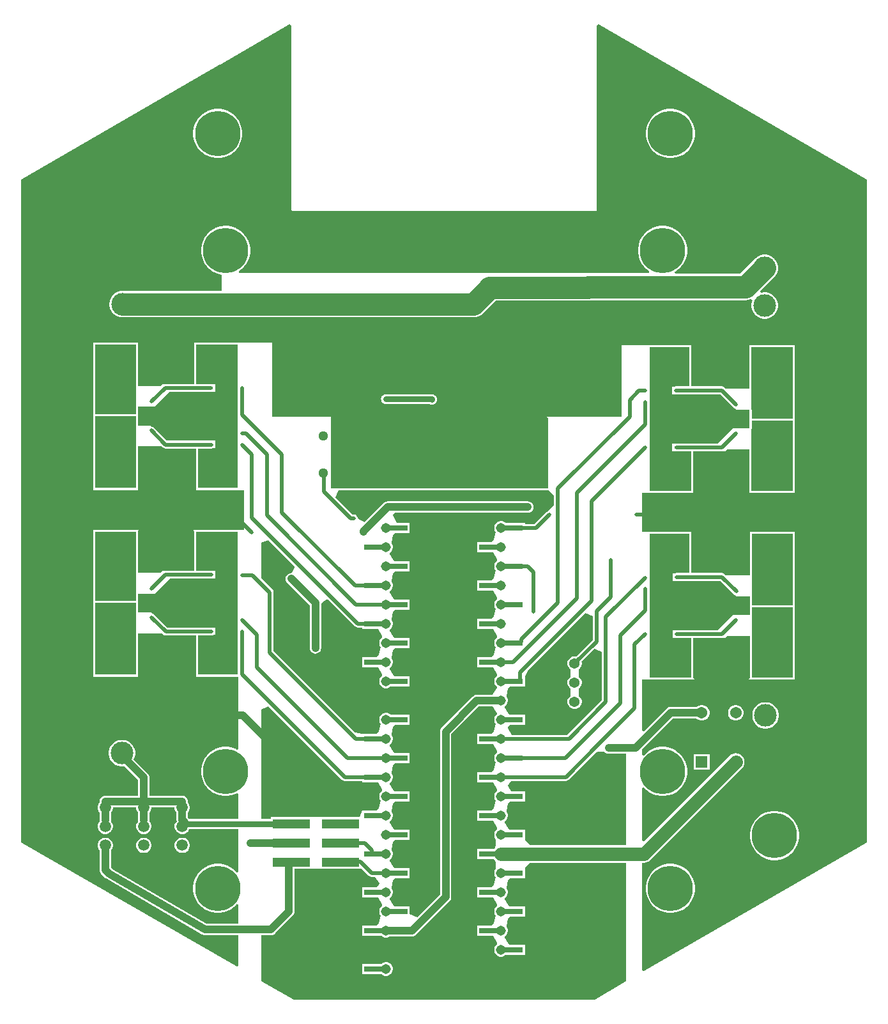
<source format=gbr>
G04*
G04 #@! TF.GenerationSoftware,Altium Limited,Altium Designer,25.4.2 (15)*
G04*
G04 Layer_Physical_Order=2*
G04 Layer_Color=16711680*
%FSLAX44Y44*%
%MOMM*%
G71*
G04*
G04 #@! TF.SameCoordinates,CE8B7503-BC5D-454C-BBEA-07EE3AA0370F*
G04*
G04*
G04 #@! TF.FilePolarity,Positive*
G04*
G01*
G75*
%ADD13C,0.5000*%
%ADD23R,5.0000X1.2500*%
%ADD56C,1.5400*%
%ADD57R,1.5400X1.5400*%
%ADD64C,1.0000*%
%ADD65C,0.8000*%
%ADD66C,1.8000*%
%ADD67C,3.0000*%
%ADD71C,1.3080*%
%ADD72C,1.2800*%
%ADD73C,3.0000*%
%ADD74C,1.5080*%
%ADD75C,1.3700*%
%ADD76C,6.0000*%
%ADD77C,0.4500*%
%ADD78R,2.4000X0.8000*%
G36*
X897410Y1742975D02*
Y1500000D01*
X897607Y1499009D01*
X898169Y1498169D01*
X899009Y1497608D01*
X900000Y1497410D01*
X1300000D01*
X1300991Y1497608D01*
X1301831Y1498169D01*
X1302392Y1499009D01*
X1302590Y1500000D01*
Y1742975D01*
X1304789Y1744245D01*
X1364700Y1709655D01*
D01*
X1660521Y1538863D01*
Y661137D01*
X1364700Y490345D01*
X1362500Y491615D01*
Y633960D01*
X1364600D01*
X1367613Y634357D01*
X1370420Y635520D01*
X1372830Y637370D01*
X1494730Y759270D01*
X1496580Y761680D01*
X1497743Y764487D01*
X1498140Y767500D01*
X1497743Y770512D01*
X1496580Y773320D01*
X1494730Y775730D01*
X1492320Y777580D01*
X1489512Y778743D01*
X1486500Y779140D01*
X1483488Y778743D01*
X1480680Y777580D01*
X1478270Y775730D01*
X1364847Y662308D01*
X1362500Y663279D01*
Y732926D01*
X1364391Y733540D01*
X1365040Y733553D01*
X1368626Y729967D01*
X1372770Y726956D01*
X1377333Y724631D01*
X1382205Y723048D01*
X1387263Y722247D01*
X1392385D01*
X1397444Y723048D01*
X1402315Y724631D01*
X1406879Y726956D01*
X1411023Y729967D01*
X1414644Y733589D01*
X1417655Y737732D01*
X1419980Y742296D01*
X1421563Y747167D01*
X1422364Y752226D01*
Y757348D01*
X1421563Y762407D01*
X1419980Y767278D01*
X1417655Y771842D01*
X1414644Y775985D01*
X1411023Y779607D01*
X1406879Y782618D01*
X1402315Y784943D01*
X1397444Y786526D01*
X1392385Y787327D01*
X1387263D01*
X1382205Y786526D01*
X1377333Y784943D01*
X1372770Y782618D01*
X1368626Y779607D01*
X1365040Y776021D01*
X1364391Y776034D01*
X1362500Y776648D01*
Y783976D01*
X1403419Y824895D01*
X1434624D01*
X1435213Y824306D01*
X1437547Y822958D01*
X1440152Y822260D01*
X1442848D01*
X1445453Y822958D01*
X1447787Y824306D01*
X1449694Y826212D01*
X1451042Y828548D01*
X1451740Y831152D01*
Y833848D01*
X1451042Y836452D01*
X1449694Y838788D01*
X1447787Y840694D01*
X1445453Y842042D01*
X1442848Y842740D01*
X1440152D01*
X1437547Y842042D01*
X1435213Y840694D01*
X1434624Y840105D01*
X1400269D01*
X1398301Y839846D01*
X1396467Y839086D01*
X1394892Y837878D01*
X1364847Y807832D01*
X1362500Y808804D01*
Y877000D01*
X1431527D01*
X1430330Y879540D01*
X1430340Y879590D01*
X1430340Y931861D01*
X1468553D01*
X1469251Y932000D01*
X1472750D01*
X1475250Y934500D01*
X1505160D01*
Y879590D01*
X1505170Y879540D01*
X1503973Y877000D01*
X1565000D01*
Y1072500D01*
X1505250D01*
Y1069951D01*
X1505160Y1069500D01*
Y1014500D01*
X1473517D01*
X1471884Y1016134D01*
X1470217Y1017248D01*
X1468250Y1017639D01*
X1427840D01*
Y1069500D01*
X1427750Y1069951D01*
Y1072500D01*
X1362500D01*
Y1124000D01*
X1430000D01*
Y1126299D01*
X1430090Y1126750D01*
X1430090Y1179111D01*
X1468303D01*
X1469001Y1179250D01*
X1472500D01*
X1475000Y1181750D01*
X1504910D01*
Y1126750D01*
X1505000Y1126299D01*
Y1124000D01*
X1565000D01*
Y1319487D01*
X1505000D01*
Y1317201D01*
X1504910Y1316750D01*
Y1261750D01*
X1473267D01*
X1471634Y1263384D01*
X1469966Y1264498D01*
X1468000Y1264889D01*
X1427590D01*
Y1316750D01*
X1427500Y1317201D01*
Y1319487D01*
X1365991D01*
X1335000Y1319442D01*
Y1225000D01*
X872500D01*
Y1322955D01*
X805000Y1323045D01*
Y1323256D01*
X769000D01*
Y1320951D01*
X768910Y1320500D01*
X768910Y1268139D01*
X730697D01*
X729999Y1268000D01*
X726500D01*
X724000Y1265500D01*
X694090D01*
Y1320500D01*
X694000Y1320951D01*
Y1323256D01*
X635756D01*
X635000Y1322500D01*
Y1127500D01*
X694000D01*
Y1130049D01*
X694090Y1130500D01*
Y1185500D01*
X725733D01*
X727366Y1183866D01*
X729034Y1182752D01*
X731000Y1182361D01*
X771410D01*
Y1130500D01*
X771500Y1130049D01*
Y1127500D01*
X835000D01*
Y1075000D01*
X767973D01*
X769170Y1072460D01*
X769160Y1072410D01*
X769160Y1020639D01*
X730947D01*
X730249Y1020500D01*
X726750D01*
X724250Y1018000D01*
X694340D01*
Y1072410D01*
X694330Y1072460D01*
X695527Y1075000D01*
X635000D01*
Y880000D01*
X694250D01*
Y882549D01*
X694340Y883000D01*
Y938000D01*
X725983D01*
X727616Y936366D01*
X729284Y935252D01*
X731250Y934861D01*
X771660D01*
Y883000D01*
X771750Y882549D01*
Y880000D01*
X827500D01*
Y785224D01*
X825334Y783897D01*
X822961Y785106D01*
X818090Y786689D01*
X813031Y787490D01*
X807909D01*
X802850Y786689D01*
X797979Y785106D01*
X793415Y782781D01*
X789272Y779770D01*
X785650Y776148D01*
X782639Y772005D01*
X780314Y767441D01*
X778731Y762570D01*
X777930Y757511D01*
Y752389D01*
X778731Y747330D01*
X780314Y742459D01*
X782639Y737895D01*
X785650Y733752D01*
X789272Y730130D01*
X793415Y727119D01*
X797979Y724794D01*
X802850Y723211D01*
X807909Y722410D01*
X813031D01*
X818090Y723211D01*
X822961Y724794D01*
X825334Y726003D01*
X827500Y724676D01*
Y691996D01*
X762248D01*
X760605Y693640D01*
Y700350D01*
X761066Y700811D01*
X762393Y703109D01*
X763080Y705673D01*
Y708327D01*
X762393Y710891D01*
X761066Y713189D01*
X760605Y713650D01*
Y715000D01*
X760346Y716968D01*
X759586Y718802D01*
X758378Y720378D01*
X758378D01*
X756803Y721586D01*
X754968Y722346D01*
X753000Y722605D01*
X709605D01*
Y747000D01*
X709346Y748968D01*
X708901Y750043D01*
X708586Y750803D01*
X707378Y752378D01*
X688696Y771059D01*
X689866Y773884D01*
X690540Y777272D01*
Y780727D01*
X689866Y784116D01*
X688544Y787308D01*
X686624Y790181D01*
X684181Y792624D01*
X681308Y794544D01*
X678116Y795866D01*
X674727Y796540D01*
X671273D01*
X667884Y795866D01*
X664692Y794544D01*
X661819Y792624D01*
X659376Y790181D01*
X657456Y787308D01*
X656134Y784116D01*
X655460Y780727D01*
Y777272D01*
X656134Y773884D01*
X657456Y770692D01*
X659376Y767819D01*
X661819Y765376D01*
X664692Y763456D01*
X667884Y762134D01*
X671273Y761460D01*
X674727D01*
X676443Y761801D01*
X694395Y743850D01*
Y722605D01*
X651000D01*
X649032Y722346D01*
X647197Y721586D01*
X645622Y720378D01*
X644414Y718802D01*
X643654Y716968D01*
X643395Y715000D01*
X643395Y715000D01*
Y713650D01*
X642934Y713189D01*
X641607Y710891D01*
X640920Y708327D01*
Y705673D01*
X641607Y703109D01*
X642934Y700811D01*
X643395Y700350D01*
Y690000D01*
X643552Y688807D01*
X642934Y688189D01*
X641607Y685891D01*
X640920Y683327D01*
Y680673D01*
X641607Y678109D01*
X642934Y675811D01*
X644811Y673934D01*
X647109Y672607D01*
X649673Y671920D01*
X652327D01*
X654891Y672607D01*
X657189Y673934D01*
X659066Y675811D01*
X660393Y678109D01*
X661080Y680673D01*
Y683327D01*
X660393Y685891D01*
X659066Y688189D01*
X658448Y688807D01*
X658605Y690000D01*
Y700350D01*
X659066Y700811D01*
X660393Y703109D01*
X661080Y705673D01*
Y707395D01*
X691920D01*
Y705673D01*
X692607Y703109D01*
X693934Y700811D01*
X694395Y700350D01*
Y690000D01*
X694552Y688807D01*
X693934Y688189D01*
X692607Y685891D01*
X691920Y683327D01*
Y680673D01*
X692607Y678109D01*
X693934Y675811D01*
X695811Y673934D01*
X698109Y672607D01*
X700673Y671920D01*
X703327D01*
X705891Y672607D01*
X708189Y673934D01*
X710066Y675811D01*
X711393Y678109D01*
X712080Y680673D01*
Y683327D01*
X711393Y685891D01*
X710066Y688189D01*
X709448Y688807D01*
X709605Y690000D01*
Y700350D01*
X710066Y700811D01*
X711393Y703109D01*
X712080Y705673D01*
Y707395D01*
X742920D01*
Y705673D01*
X743607Y703109D01*
X744934Y700811D01*
X745395Y700350D01*
Y690000D01*
X745552Y688807D01*
X744934Y688189D01*
X743607Y685891D01*
X742920Y683327D01*
Y680673D01*
X743607Y678109D01*
X744934Y675811D01*
X746811Y673934D01*
X749109Y672607D01*
X751673Y671920D01*
X754327D01*
X756891Y672607D01*
X759189Y673934D01*
X761066Y675811D01*
X762393Y678109D01*
X762579Y678804D01*
X827500D01*
Y621620D01*
X825084Y620835D01*
X824820Y621198D01*
X821198Y624820D01*
X817055Y627831D01*
X812491Y630156D01*
X807620Y631739D01*
X802561Y632540D01*
X797439D01*
X792380Y631739D01*
X787509Y630156D01*
X782945Y627831D01*
X778802Y624820D01*
X775180Y621198D01*
X772169Y617055D01*
X769844Y612491D01*
X768261Y607620D01*
X767460Y602561D01*
Y597439D01*
X768261Y592380D01*
X769844Y587509D01*
X772169Y582945D01*
X775180Y578802D01*
X778802Y575180D01*
X782945Y572169D01*
X787509Y569844D01*
X792380Y568261D01*
X797439Y567460D01*
X802561D01*
X807620Y568261D01*
X812491Y569844D01*
X817055Y572169D01*
X821198Y575180D01*
X824820Y578802D01*
X825084Y579165D01*
X827500Y578380D01*
Y553228D01*
X785253D01*
X660655Y625575D01*
X658605Y627625D01*
Y650350D01*
X659066Y650811D01*
X660393Y653109D01*
X661080Y655673D01*
Y658327D01*
X660393Y660891D01*
X659066Y663189D01*
X657189Y665066D01*
X654891Y666393D01*
X652327Y667080D01*
X649673D01*
X647109Y666393D01*
X644811Y665066D01*
X642934Y663189D01*
X641607Y660891D01*
X640920Y658327D01*
Y655673D01*
X641607Y653109D01*
X642934Y650811D01*
X643395Y650350D01*
Y628144D01*
X643395Y624475D01*
X643654Y622506D01*
X644414Y620672D01*
X645622Y619097D01*
X650601Y614119D01*
X651382Y613519D01*
X652160Y612919D01*
X779387Y539046D01*
X779396Y539042D01*
X779403Y539036D01*
X780313Y538659D01*
X781219Y538282D01*
X781228Y538280D01*
X781237Y538277D01*
X782214Y538148D01*
X783187Y538018D01*
X783196Y538019D01*
X783206Y538018D01*
X827500D01*
Y497388D01*
X825300Y496118D01*
X539479Y661137D01*
Y1538863D01*
X802800Y1690892D01*
X803500Y1690488D01*
Y1691295D01*
X895211Y1744245D01*
X897410Y1742975D01*
D02*
G37*
G36*
X691500Y1320500D02*
Y1238451D01*
X691410Y1238000D01*
Y1228000D01*
X637590Y1228000D01*
Y1320500D01*
X691500Y1320500D01*
D02*
G37*
G36*
X1562410Y1221840D02*
X1535000Y1221840D01*
X1507590Y1221840D01*
Y1234250D01*
X1507500Y1234701D01*
Y1316750D01*
X1562410D01*
Y1221840D01*
D02*
G37*
G36*
X691410Y1213000D02*
X691500Y1212549D01*
Y1130500D01*
X637590D01*
Y1225410D01*
X691410Y1225410D01*
Y1213000D01*
D02*
G37*
G36*
X804996Y1320455D02*
X826500Y1320427D01*
Y1130500D01*
X774000Y1130500D01*
Y1182361D01*
X791500D01*
X793466Y1182752D01*
X793837Y1183000D01*
X796500D01*
Y1186803D01*
X796639Y1187500D01*
X796500Y1188197D01*
Y1193000D01*
X732767D01*
X715634Y1210134D01*
X713967Y1211248D01*
X713075Y1211425D01*
X711500Y1213000D01*
X694000Y1213000D01*
Y1238000D01*
X716500D01*
X736361Y1257861D01*
X791229D01*
X791927Y1258000D01*
X796500D01*
Y1268000D01*
X791927D01*
X791229Y1268139D01*
X771500D01*
X771500Y1320500D01*
X804774Y1320500D01*
X804996Y1320455D01*
D02*
G37*
G36*
X1237500Y1223204D02*
Y1130000D01*
X949906D01*
Y1224971D01*
X1235704Y1225000D01*
X1237500Y1223204D01*
D02*
G37*
G36*
X1562410Y1126750D02*
X1507500Y1126750D01*
Y1208799D01*
X1507590Y1209250D01*
Y1219250D01*
X1535000Y1219250D01*
X1562410Y1219250D01*
Y1126750D01*
D02*
G37*
G36*
X1425000Y1316750D02*
Y1264889D01*
X1407500D01*
X1405533Y1264498D01*
X1405163Y1264250D01*
X1402500D01*
Y1260447D01*
X1402361Y1259750D01*
X1402500Y1259053D01*
Y1254250D01*
X1466233D01*
X1483366Y1237116D01*
X1485034Y1236002D01*
X1485925Y1235825D01*
X1487500Y1234250D01*
X1505000Y1234250D01*
Y1209250D01*
X1482500D01*
X1462639Y1189389D01*
X1407771D01*
X1407073Y1189250D01*
X1402500D01*
Y1179250D01*
X1407073D01*
X1407771Y1179111D01*
X1427500D01*
X1427500Y1126750D01*
X1372500Y1126750D01*
Y1316750D01*
X1425000Y1316750D01*
D02*
G37*
G36*
X1245361Y1120071D02*
Y1108393D01*
X1245198Y1108031D01*
X1241214Y1102513D01*
X1237533Y1099748D01*
X1235866Y1098634D01*
X1235866D01*
X1234071Y1096838D01*
X1219771Y1082539D01*
X1207040D01*
Y1083940D01*
X1181801D01*
X1181075Y1084666D01*
X1179005Y1085861D01*
X1176695Y1086480D01*
X1174305D01*
X1171995Y1085861D01*
X1169925Y1084666D01*
X1168234Y1082975D01*
X1167039Y1080905D01*
X1166420Y1078595D01*
Y1076205D01*
X1167039Y1073895D01*
X1168234Y1071825D01*
X1166186Y1061683D01*
X1162821Y1058540D01*
X1143960D01*
Y1045460D01*
X1164732D01*
X1170370Y1035945D01*
X1169925Y1033866D01*
X1168234Y1032175D01*
X1167039Y1030105D01*
X1166420Y1027795D01*
Y1025405D01*
X1167039Y1023095D01*
X1168234Y1021025D01*
X1166186Y1010883D01*
X1162821Y1007740D01*
X1143960D01*
Y994660D01*
X1164732D01*
X1170370Y985145D01*
X1169925Y983066D01*
X1168234Y981375D01*
X1167039Y979305D01*
X1166420Y976995D01*
Y974605D01*
X1167039Y972295D01*
X1168234Y970225D01*
X1166186Y960083D01*
X1162821Y956940D01*
X1143960D01*
Y943860D01*
X1164732D01*
X1170370Y934345D01*
X1169925Y932266D01*
X1168234Y930575D01*
X1167039Y928505D01*
X1166420Y926195D01*
Y923805D01*
X1167039Y921495D01*
X1168234Y919425D01*
X1166186Y909283D01*
X1162821Y906140D01*
X1143960D01*
Y893060D01*
X1164732D01*
X1170370Y883545D01*
X1169925Y881466D01*
X1168234Y879775D01*
X1167039Y877705D01*
X1166420Y875395D01*
Y873005D01*
X1167039Y870695D01*
X1168234Y868625D01*
X1169925Y866934D01*
X1170141Y865926D01*
X1164986Y857937D01*
X1163153Y856405D01*
X1143300D01*
X1141332Y856146D01*
X1139498Y855386D01*
X1137922Y854178D01*
X1096622Y812878D01*
X1095414Y811302D01*
X1094654Y809468D01*
X1094395Y807500D01*
Y591887D01*
X1063954Y561446D01*
X1054540Y566174D01*
Y575940D01*
X1033868D01*
X1028230Y585455D01*
X1028675Y587534D01*
X1030366Y589225D01*
X1031561Y591295D01*
X1032180Y593605D01*
Y595995D01*
X1031561Y598305D01*
X1030366Y600375D01*
X1032414Y610517D01*
X1035779Y613660D01*
X1054540D01*
Y626740D01*
X1033868D01*
X1028230Y636255D01*
X1028675Y638334D01*
X1030366Y640025D01*
X1031561Y642095D01*
X1032180Y644405D01*
Y646795D01*
X1031561Y649105D01*
X1030366Y651175D01*
X1032414Y661317D01*
X1035779Y664460D01*
X1054540D01*
Y677540D01*
X1033868D01*
X1028230Y687055D01*
X1028675Y689134D01*
X1030366Y690825D01*
X1031561Y692895D01*
X1032180Y695205D01*
Y697595D01*
X1031561Y699905D01*
X1030366Y701975D01*
X1032414Y712117D01*
X1035779Y715260D01*
X1054540D01*
Y728340D01*
X1033868D01*
X1028230Y737855D01*
X1028675Y739934D01*
X1030366Y741625D01*
X1031561Y743695D01*
X1032180Y746005D01*
Y748395D01*
X1031561Y750705D01*
X1030366Y752775D01*
X1032414Y762917D01*
X1035779Y766060D01*
X1054540D01*
Y779140D01*
X1033868D01*
X1028230Y788655D01*
X1028675Y790734D01*
X1030366Y792425D01*
X1031561Y794495D01*
X1032180Y796805D01*
Y799195D01*
X1031561Y801505D01*
X1030366Y803575D01*
X1032414Y813717D01*
X1035779Y816860D01*
X1054540D01*
Y829940D01*
X1029401D01*
X1028675Y830666D01*
X1026605Y831861D01*
X1024295Y832480D01*
X1021905D01*
X1019595Y831861D01*
X1017525Y830666D01*
X1015834Y828975D01*
X1014639Y826905D01*
X1014020Y824595D01*
Y822205D01*
X1014639Y819895D01*
X1015834Y817825D01*
X1013785Y807683D01*
X1010421Y804540D01*
X991460D01*
Y804540D01*
X982241Y806426D01*
X874139Y914529D01*
Y992000D01*
X873748Y993967D01*
X872634Y995634D01*
X858000Y1010267D01*
Y1057667D01*
X867239Y1061494D01*
X902148Y1026585D01*
X901689Y1025003D01*
X898854Y1019996D01*
X897045Y1017545D01*
X895532Y1017346D01*
X895532Y1017346D01*
X893698Y1016586D01*
Y1016586D01*
X892122Y1015378D01*
X890914Y1013802D01*
X890154Y1011968D01*
X889895Y1010000D01*
X889895Y1010000D01*
X889992Y1009266D01*
X890154Y1008032D01*
X890154Y1008032D01*
X890437Y1007347D01*
X890914Y1006198D01*
X892122Y1004622D01*
X921895Y974850D01*
Y918500D01*
X922154Y916532D01*
X922914Y914697D01*
X924122Y913122D01*
X925697Y911914D01*
X927532Y911154D01*
X929500Y910895D01*
X931468Y911154D01*
X933303Y911914D01*
X934878Y913122D01*
X936086Y914697D01*
X936846Y916532D01*
X937105Y918500D01*
Y977486D01*
X938637Y978867D01*
X944503Y982189D01*
X946085Y982648D01*
X981966Y946766D01*
X983633Y945652D01*
X985600Y945261D01*
X991460D01*
Y943860D01*
X1012332D01*
X1017970Y934345D01*
X1017525Y932266D01*
X1015834Y930575D01*
X1014639Y928505D01*
X1014020Y926195D01*
Y923805D01*
X1014639Y921495D01*
X1015834Y919425D01*
X1013785Y909283D01*
X1010421Y906140D01*
X991460D01*
Y893060D01*
X1012332D01*
X1017970Y883545D01*
X1017525Y881466D01*
X1015834Y879775D01*
X1014639Y877705D01*
X1014020Y875395D01*
Y873005D01*
X1014639Y870695D01*
X1015834Y868625D01*
X1017525Y866934D01*
X1019595Y865739D01*
X1021905Y865120D01*
X1024295D01*
X1026605Y865739D01*
X1028675Y866934D01*
X1029401Y867660D01*
X1054540D01*
Y880740D01*
X1033868D01*
X1028230Y890255D01*
X1028675Y892334D01*
X1030366Y894025D01*
X1031561Y896095D01*
X1032180Y898405D01*
Y900795D01*
X1031561Y903105D01*
X1030366Y905175D01*
X1032414Y915317D01*
X1035779Y918460D01*
X1054540D01*
Y931540D01*
X1033868D01*
X1028230Y941055D01*
X1028675Y943134D01*
X1030366Y944825D01*
X1031561Y946895D01*
X1032180Y949205D01*
Y951595D01*
X1031561Y953905D01*
X1030366Y955975D01*
X1032414Y966117D01*
X1035779Y969260D01*
X1054540D01*
Y982340D01*
X1033868D01*
X1028230Y991855D01*
X1028675Y993934D01*
X1030366Y995625D01*
X1031561Y997695D01*
X1032180Y1000005D01*
Y1002395D01*
X1031561Y1004705D01*
X1030366Y1006775D01*
X1032414Y1016917D01*
X1035779Y1020060D01*
X1054540D01*
Y1033140D01*
X1033868D01*
X1028230Y1042655D01*
X1028675Y1044734D01*
X1030366Y1046425D01*
X1031561Y1048495D01*
X1032180Y1050805D01*
Y1053195D01*
X1031561Y1055505D01*
X1030366Y1057575D01*
X1032414Y1067717D01*
X1035779Y1070860D01*
X1054540D01*
Y1083940D01*
X1037605D01*
X1032182Y1093940D01*
X1034430Y1097395D01*
X1211000D01*
X1212968Y1097654D01*
X1214802Y1098414D01*
X1216378Y1099622D01*
X1217586Y1101198D01*
X1218346Y1103032D01*
X1218605Y1105000D01*
X1218346Y1106968D01*
X1217586Y1108802D01*
X1216378Y1110378D01*
X1214802Y1111586D01*
X1212968Y1112346D01*
X1211000Y1112605D01*
X1025000D01*
X1023032Y1112346D01*
X1021957Y1111901D01*
X1021198Y1111586D01*
X1019622Y1110378D01*
X994508Y1085263D01*
X988494Y1088475D01*
X985550Y1090447D01*
X985248Y1091966D01*
X985248Y1091966D01*
X985247Y1091967D01*
X984134Y1093634D01*
Y1093634D01*
X984134Y1093634D01*
X983942Y1093825D01*
X982275Y1094939D01*
X982275Y1094939D01*
X980309Y1095330D01*
X980309Y1095330D01*
X978437Y1095330D01*
X956169Y1117598D01*
X959991Y1126839D01*
X1145035Y1127038D01*
X1238286Y1127138D01*
X1245361Y1120071D01*
D02*
G37*
G36*
X691750Y990951D02*
X691660Y990500D01*
Y980500D01*
X647832Y980500D01*
X637590D01*
Y1072410D01*
X691750D01*
Y990951D01*
D02*
G37*
G36*
X1562410Y974590D02*
X1540297Y974590D01*
X1507840Y974590D01*
Y987000D01*
X1507750Y987451D01*
Y1069500D01*
X1562410D01*
Y974590D01*
D02*
G37*
G36*
X691660Y965500D02*
X691750Y965049D01*
Y883000D01*
X637590D01*
Y977910D01*
X647832D01*
X691660Y977910D01*
Y965500D01*
D02*
G37*
G36*
X826750Y883000D02*
X774250Y883000D01*
Y934861D01*
X791750D01*
X793717Y935252D01*
X794087Y935500D01*
X796750D01*
Y939303D01*
X796889Y940000D01*
X796750Y940697D01*
Y945500D01*
X733017D01*
X715884Y962634D01*
X714217Y963748D01*
X713325Y963925D01*
X711750Y965500D01*
X694250Y965500D01*
Y990500D01*
X716750D01*
X736611Y1010361D01*
X791479D01*
X792177Y1010500D01*
X796750D01*
Y1020500D01*
X792177D01*
X791479Y1020639D01*
X771750D01*
X771750Y1072410D01*
X826750D01*
Y883000D01*
D02*
G37*
G36*
X1562410Y879590D02*
X1507750D01*
Y961549D01*
X1507840Y962000D01*
Y972000D01*
X1540297Y972000D01*
X1562410Y972000D01*
Y879590D01*
D02*
G37*
G36*
X1425250Y1069500D02*
Y1017639D01*
X1407750D01*
X1405784Y1017248D01*
X1405413Y1017000D01*
X1402750D01*
Y1013197D01*
X1402611Y1012500D01*
X1402750Y1011803D01*
Y1007000D01*
X1466483D01*
X1483616Y989866D01*
X1485284Y988752D01*
X1486175Y988575D01*
X1487750Y987000D01*
X1505250Y987000D01*
Y962000D01*
X1482750D01*
X1462889Y942139D01*
X1408021D01*
X1407323Y942000D01*
X1402750D01*
Y932000D01*
X1407323D01*
X1408021Y931861D01*
X1427750D01*
X1427750Y879590D01*
X1372750D01*
Y1069500D01*
X1425250Y1069500D01*
D02*
G37*
G36*
X1296861Y960452D02*
Y929128D01*
X1274935Y907203D01*
X1274236Y907390D01*
X1271764D01*
X1269376Y906750D01*
X1267234Y905514D01*
X1265486Y903766D01*
X1264250Y901624D01*
X1263610Y899236D01*
Y896764D01*
X1264250Y894376D01*
X1265486Y892234D01*
X1267234Y890486D01*
X1267375Y889888D01*
Y880712D01*
X1267234Y880114D01*
X1265486Y878366D01*
X1264250Y876224D01*
X1263610Y873836D01*
Y871364D01*
X1264250Y868976D01*
X1265486Y866834D01*
X1267234Y865086D01*
X1267375Y864488D01*
Y855312D01*
X1267234Y854714D01*
X1265486Y852966D01*
X1264250Y850824D01*
X1263610Y848436D01*
Y845964D01*
X1264250Y843576D01*
X1265486Y841434D01*
X1267234Y839686D01*
X1269376Y838450D01*
X1271764Y837810D01*
X1274236D01*
X1276624Y838450D01*
X1278766Y839686D01*
X1280514Y841434D01*
X1281750Y843576D01*
X1282390Y845964D01*
Y848436D01*
X1281750Y850824D01*
X1280514Y852966D01*
X1278766Y854714D01*
X1278625Y855312D01*
Y864488D01*
X1278766Y865086D01*
X1280514Y866834D01*
X1281750Y868976D01*
X1282390Y871364D01*
Y873836D01*
X1281750Y876224D01*
X1280514Y878366D01*
X1278766Y880114D01*
X1278625Y880712D01*
Y889888D01*
X1278766Y890486D01*
X1280514Y892234D01*
X1281750Y894376D01*
X1282390Y896764D01*
Y899236D01*
X1282203Y899935D01*
X1299361Y917094D01*
X1309361Y912952D01*
Y849129D01*
X1263372Y803139D01*
X1189762D01*
X1184455Y811938D01*
X1184815Y813717D01*
X1188179Y816860D01*
X1207040D01*
Y829940D01*
X1186268D01*
X1180630Y839455D01*
X1181075Y841534D01*
X1182766Y843225D01*
X1183961Y845295D01*
X1184580Y847605D01*
Y849995D01*
X1183961Y852305D01*
X1182766Y854375D01*
X1184815Y864517D01*
X1188179Y867660D01*
X1207040D01*
Y880740D01*
X1211260Y888992D01*
X1286861Y964594D01*
X1296861Y960452D01*
D02*
G37*
G36*
X964666Y743566D02*
X966333Y742452D01*
X968300Y742061D01*
X991460D01*
Y740660D01*
X1012332D01*
X1017970Y731145D01*
X1017525Y729066D01*
X1015834Y727375D01*
X1014639Y725305D01*
X1014020Y722995D01*
Y720605D01*
X1014639Y718295D01*
X1015834Y716225D01*
X1013785Y706083D01*
X1010421Y702940D01*
X993058D01*
X993058Y702940D01*
X991460D01*
X988442Y694190D01*
X981460Y694190D01*
X935290D01*
X934960Y694190D01*
X925290D01*
X924960Y694190D01*
X870210D01*
Y691996D01*
X858000D01*
Y837167D01*
X867239Y840994D01*
X964666Y743566D01*
D02*
G37*
G36*
X1312622Y780622D02*
X1314198Y779414D01*
X1316032Y778654D01*
X1318000Y778395D01*
X1341000D01*
Y657240D01*
X1213750D01*
X1207040Y664460D01*
X1207040Y667240D01*
Y677540D01*
X1186268D01*
X1180630Y687055D01*
X1181075Y689134D01*
X1182766Y690825D01*
X1183961Y692895D01*
X1184580Y695205D01*
Y697595D01*
X1183961Y699905D01*
X1182766Y701975D01*
X1184815Y712117D01*
X1188179Y715260D01*
X1207040D01*
Y728340D01*
X1188399D01*
X1184249Y735882D01*
X1188641Y742061D01*
X1261200D01*
X1263167Y742452D01*
X1264834Y743566D01*
X1301432Y780165D01*
X1304789Y780848D01*
X1312622Y780622D01*
D02*
G37*
G36*
X1170141Y831674D02*
X1169925Y830666D01*
X1168234Y828975D01*
X1167039Y826905D01*
X1166420Y824595D01*
Y822205D01*
X1167039Y819895D01*
X1168234Y817825D01*
X1166186Y807683D01*
X1162821Y804540D01*
X1143960D01*
Y791460D01*
X1164732D01*
X1170370Y781945D01*
X1169925Y779866D01*
X1168234Y778175D01*
X1167039Y776105D01*
X1166420Y773795D01*
Y771405D01*
X1167039Y769095D01*
X1168234Y767025D01*
X1166186Y756883D01*
X1162821Y753740D01*
X1143960D01*
Y740660D01*
X1164732D01*
X1170370Y731145D01*
X1169925Y729066D01*
X1168234Y727375D01*
X1167039Y725305D01*
X1166420Y722995D01*
Y720605D01*
X1167039Y718295D01*
X1168234Y716225D01*
X1166186Y706083D01*
X1162821Y702940D01*
X1143960D01*
Y689860D01*
X1164732D01*
X1170370Y680345D01*
X1169925Y678266D01*
X1168234Y676575D01*
X1167039Y674505D01*
X1166420Y672195D01*
Y669805D01*
X1167039Y667495D01*
X1168010Y665812D01*
X1168268Y665194D01*
X1168580Y663091D01*
X1168286Y657597D01*
X1167283Y653841D01*
X1167270Y653830D01*
X1165973Y652140D01*
X1143960D01*
Y639060D01*
X1165973D01*
X1167270Y637370D01*
X1167283Y637359D01*
X1168286Y633603D01*
X1168580Y628109D01*
X1168268Y626006D01*
X1168010Y625388D01*
X1167039Y623705D01*
X1166420Y621395D01*
Y619005D01*
X1167039Y616695D01*
X1168234Y614625D01*
X1166186Y604483D01*
X1162821Y601340D01*
X1143960D01*
Y588260D01*
X1164732D01*
X1170370Y578745D01*
X1169925Y576666D01*
X1168234Y574975D01*
X1167039Y572905D01*
X1166420Y570595D01*
Y568205D01*
X1167039Y565895D01*
X1168234Y563825D01*
X1166186Y553683D01*
X1162821Y550540D01*
X1143960D01*
Y537460D01*
X1164732D01*
X1170370Y527945D01*
X1169925Y525866D01*
X1168234Y524175D01*
X1167039Y522105D01*
X1166420Y519795D01*
Y517405D01*
X1167039Y515095D01*
X1168234Y513025D01*
X1169925Y511334D01*
X1171995Y510139D01*
X1174305Y509520D01*
X1176695D01*
X1179005Y510139D01*
X1181075Y511334D01*
X1181801Y512060D01*
X1207040D01*
Y525140D01*
X1186268D01*
X1180630Y534655D01*
X1181075Y536734D01*
X1182766Y538425D01*
X1183961Y540495D01*
X1184580Y542805D01*
Y545195D01*
X1183961Y547505D01*
X1182766Y549575D01*
X1184815Y559717D01*
X1188179Y562860D01*
X1207040D01*
Y575940D01*
X1186268D01*
X1180630Y585455D01*
X1181075Y587534D01*
X1182766Y589225D01*
X1183961Y591295D01*
X1184580Y593605D01*
Y595995D01*
X1183961Y598305D01*
X1182766Y600375D01*
X1184815Y610517D01*
X1188179Y613660D01*
X1207040D01*
Y623960D01*
X1207040Y626740D01*
X1213750Y633960D01*
X1341000D01*
Y476662D01*
X1299306Y452590D01*
X900694D01*
X858000Y477239D01*
Y538018D01*
X870622D01*
X872591Y538277D01*
X874425Y539036D01*
X876000Y540245D01*
X899628Y563872D01*
X900836Y565448D01*
X901596Y567282D01*
X901855Y569250D01*
Y625810D01*
X924960D01*
X925290Y625810D01*
X934960D01*
X935290Y625810D01*
X990040D01*
X990040Y625810D01*
Y625810D01*
X997370Y619363D01*
X1000166Y616566D01*
X1001833Y615452D01*
X1003800Y615061D01*
X1008839D01*
X1014145Y606262D01*
X1013785Y604483D01*
X1010421Y601340D01*
X991460D01*
Y588260D01*
X1012332D01*
X1017970Y578745D01*
X1017525Y576666D01*
X1015834Y574975D01*
X1014639Y572905D01*
X1014020Y570595D01*
Y568205D01*
X1014639Y565895D01*
X1015834Y563825D01*
X1013785Y553683D01*
X1010421Y550540D01*
X991460D01*
Y537460D01*
X1016799D01*
X1017525Y536734D01*
X1019595Y535539D01*
X1021905Y534920D01*
X1024295D01*
X1026605Y535539D01*
X1028088Y536395D01*
X1057263D01*
X1059231Y536654D01*
X1061066Y537414D01*
X1062641Y538622D01*
X1107378Y583359D01*
X1108586Y584934D01*
X1108901Y585694D01*
X1109346Y586768D01*
X1109605Y588737D01*
Y804350D01*
X1146450Y841195D01*
X1163998D01*
X1170141Y831674D01*
D02*
G37*
%LPC*%
G36*
X803500Y1632828D02*
X803068Y1632460D01*
X802561Y1632540D01*
X797439D01*
X792380Y1631739D01*
X787509Y1630156D01*
X782945Y1627831D01*
X778802Y1624820D01*
X775180Y1621198D01*
X772169Y1617055D01*
X769844Y1612491D01*
X768261Y1607620D01*
X767460Y1602561D01*
Y1597439D01*
X768261Y1592380D01*
X769844Y1587509D01*
X772169Y1582945D01*
X775180Y1578802D01*
X778802Y1575180D01*
X782945Y1572169D01*
X787509Y1569844D01*
X792380Y1568261D01*
X797439Y1567460D01*
X802561D01*
X803068Y1567540D01*
X803500Y1567172D01*
Y1567609D01*
X807620Y1568261D01*
X812491Y1569844D01*
X817055Y1572169D01*
X821198Y1575180D01*
X824820Y1578802D01*
X827831Y1582945D01*
X830156Y1587509D01*
X831739Y1592380D01*
X832540Y1597439D01*
Y1602561D01*
X831739Y1607620D01*
X830156Y1612491D01*
X827831Y1617055D01*
X824820Y1621198D01*
X821198Y1624820D01*
X817055Y1627831D01*
X812491Y1630156D01*
X807620Y1631739D01*
X803500Y1632391D01*
Y1632828D01*
D02*
G37*
G36*
X1402561Y1632540D02*
X1397439D01*
X1392380Y1631739D01*
X1387509Y1630156D01*
X1382945Y1627831D01*
X1378802Y1624820D01*
X1375180Y1621198D01*
X1372169Y1617055D01*
X1369844Y1612491D01*
X1368261Y1607620D01*
X1367460Y1602561D01*
Y1597439D01*
X1368261Y1592380D01*
X1369844Y1587509D01*
X1372169Y1582945D01*
X1375180Y1578802D01*
X1378802Y1575180D01*
X1382945Y1572169D01*
X1387509Y1569844D01*
X1392380Y1568261D01*
X1397439Y1567460D01*
X1402561D01*
X1407620Y1568261D01*
X1412491Y1569844D01*
X1417055Y1572169D01*
X1421198Y1575180D01*
X1424820Y1578802D01*
X1427831Y1582945D01*
X1430156Y1587509D01*
X1431739Y1592380D01*
X1432540Y1597439D01*
Y1602561D01*
X1431739Y1607620D01*
X1430156Y1612491D01*
X1427831Y1617055D01*
X1424820Y1621198D01*
X1421198Y1624820D01*
X1417055Y1627831D01*
X1412491Y1630156D01*
X1407620Y1631739D01*
X1402561Y1632540D01*
D02*
G37*
G36*
X1392091Y1477590D02*
X1386969D01*
X1381910Y1476789D01*
X1377039Y1475206D01*
X1372475Y1472881D01*
X1368332Y1469870D01*
X1365040Y1466579D01*
X1364710Y1466248D01*
X1361699Y1462105D01*
X1359374Y1457541D01*
X1357791Y1452670D01*
X1356990Y1447611D01*
Y1442489D01*
X1357791Y1437430D01*
X1359374Y1432559D01*
X1361699Y1427995D01*
X1364710Y1423852D01*
X1368332Y1420230D01*
X1372034Y1417540D01*
X1371667Y1415000D01*
X828333D01*
X827966Y1417540D01*
X831668Y1420230D01*
X835290Y1423852D01*
X838301Y1427995D01*
X840626Y1432559D01*
X842209Y1437430D01*
X843010Y1442489D01*
Y1447611D01*
X842209Y1452670D01*
X840626Y1457541D01*
X838301Y1462105D01*
X835290Y1466248D01*
X831668Y1469870D01*
X827525Y1472881D01*
X822961Y1475206D01*
X818090Y1476789D01*
X813031Y1477590D01*
X807909D01*
X805431Y1477198D01*
X805000Y1477566D01*
Y1477129D01*
X802850Y1476789D01*
X797979Y1475206D01*
X793415Y1472881D01*
X789272Y1469870D01*
X785650Y1466248D01*
X782639Y1462105D01*
X780314Y1457541D01*
X778731Y1452670D01*
X777930Y1447611D01*
Y1442489D01*
X778731Y1437430D01*
X780314Y1432559D01*
X782639Y1427995D01*
X785650Y1423852D01*
X789272Y1420230D01*
X793415Y1417219D01*
X797979Y1414894D01*
X802850Y1413311D01*
X805000Y1412971D01*
Y1391625D01*
X674000D01*
X673138Y1391540D01*
X672272D01*
X671423Y1391371D01*
X670562Y1391286D01*
X669733Y1391035D01*
X668884Y1390866D01*
X668084Y1390535D01*
X667255Y1390283D01*
X666491Y1389875D01*
X665692Y1389544D01*
X664972Y1389063D01*
X664208Y1388654D01*
X663539Y1388105D01*
X662819Y1387624D01*
X662207Y1387012D01*
X661537Y1386463D01*
X660988Y1385793D01*
X660376Y1385181D01*
X659895Y1384461D01*
X659345Y1383792D01*
X658937Y1383028D01*
X658456Y1382308D01*
X658125Y1381508D01*
X657717Y1380745D01*
X657465Y1379916D01*
X657134Y1379116D01*
X656965Y1378267D01*
X656714Y1377438D01*
X656629Y1376577D01*
X656460Y1375728D01*
Y1374862D01*
X656375Y1374000D01*
X656460Y1373138D01*
Y1372272D01*
X656629Y1371423D01*
X656714Y1370562D01*
X656965Y1369733D01*
X657134Y1368884D01*
X657465Y1368084D01*
X657717Y1367255D01*
X658125Y1366492D01*
X658456Y1365692D01*
X658937Y1364972D01*
X659345Y1364208D01*
X659895Y1363539D01*
X660376Y1362819D01*
X660988Y1362207D01*
X661537Y1361537D01*
X662207Y1360988D01*
X662819Y1360376D01*
X663539Y1359895D01*
X664208Y1359346D01*
X664972Y1358937D01*
X665692Y1358456D01*
X666491Y1358125D01*
X667255Y1357717D01*
X668084Y1357465D01*
X668884Y1357134D01*
X669733Y1356965D01*
X670562Y1356714D01*
X671423Y1356629D01*
X672272Y1356460D01*
X673138D01*
X674000Y1356375D01*
X1139000D01*
X1142438Y1356714D01*
X1145745Y1357717D01*
X1148792Y1359346D01*
X1151463Y1361537D01*
X1168300Y1378375D01*
X1362500D01*
Y1378875D01*
X1499500D01*
X1502938Y1379214D01*
X1506245Y1380217D01*
X1506790Y1380508D01*
X1508789Y1378696D01*
X1508134Y1377116D01*
X1507460Y1373728D01*
Y1370273D01*
X1508134Y1366884D01*
X1509456Y1363692D01*
X1511376Y1360819D01*
X1513819Y1358376D01*
X1516692Y1356456D01*
X1519884Y1355134D01*
X1523273Y1354460D01*
X1526727D01*
X1530116Y1355134D01*
X1533308Y1356456D01*
X1536181Y1358376D01*
X1538624Y1360819D01*
X1540544Y1363692D01*
X1541866Y1366884D01*
X1542540Y1370273D01*
Y1373728D01*
X1541866Y1377116D01*
X1540544Y1380308D01*
X1538624Y1383181D01*
X1536181Y1385624D01*
X1533308Y1387544D01*
X1530116Y1388866D01*
X1526727Y1389540D01*
X1523273D01*
X1520507Y1388990D01*
X1519242Y1390886D01*
X1519138Y1391213D01*
X1537463Y1409537D01*
X1538012Y1410207D01*
X1538624Y1410819D01*
X1539105Y1411539D01*
X1539655Y1412208D01*
X1540063Y1412972D01*
X1540544Y1413692D01*
X1540875Y1414491D01*
X1541283Y1415255D01*
X1541535Y1416084D01*
X1541866Y1416884D01*
X1542035Y1417733D01*
X1542286Y1418562D01*
X1542371Y1419423D01*
X1542540Y1420273D01*
Y1421138D01*
X1542625Y1422000D01*
X1542540Y1422862D01*
Y1423728D01*
X1542371Y1424577D01*
X1542286Y1425438D01*
X1542035Y1426267D01*
X1541866Y1427116D01*
X1541535Y1427916D01*
X1541283Y1428745D01*
X1540875Y1429508D01*
X1540544Y1430308D01*
X1540063Y1431028D01*
X1539655Y1431792D01*
X1539105Y1432461D01*
X1538624Y1433181D01*
X1538012Y1433793D01*
X1537463Y1434463D01*
X1536793Y1435012D01*
X1536181Y1435624D01*
X1535461Y1436105D01*
X1534792Y1436655D01*
X1534028Y1437063D01*
X1533308Y1437544D01*
X1532508Y1437875D01*
X1531745Y1438283D01*
X1530916Y1438535D01*
X1530116Y1438866D01*
X1529267Y1439035D01*
X1528438Y1439286D01*
X1527577Y1439371D01*
X1526727Y1439540D01*
X1525862D01*
X1525000Y1439625D01*
X1524138Y1439540D01*
X1523273D01*
X1522423Y1439371D01*
X1521561Y1439286D01*
X1520733Y1439035D01*
X1519884Y1438866D01*
X1519084Y1438535D01*
X1518255Y1438283D01*
X1517491Y1437875D01*
X1516692Y1437544D01*
X1515972Y1437063D01*
X1515208Y1436655D01*
X1514539Y1436105D01*
X1513819Y1435624D01*
X1513207Y1435012D01*
X1512537Y1434463D01*
X1492200Y1414125D01*
X1406106D01*
X1405497Y1416665D01*
X1406585Y1417219D01*
X1410728Y1420230D01*
X1414350Y1423852D01*
X1417361Y1427995D01*
X1419686Y1432559D01*
X1421269Y1437430D01*
X1422070Y1442489D01*
Y1447611D01*
X1421269Y1452670D01*
X1419686Y1457541D01*
X1417361Y1462105D01*
X1414350Y1466248D01*
X1410728Y1469870D01*
X1406585Y1472881D01*
X1402021Y1475206D01*
X1397150Y1476789D01*
X1392091Y1477590D01*
D02*
G37*
G36*
X1083500Y1254596D02*
X1023000D01*
X1021293Y1254372D01*
X1019702Y1253713D01*
X1018336Y1252664D01*
X1017287Y1251298D01*
X1016628Y1249707D01*
X1016404Y1248000D01*
X1016628Y1246293D01*
X1017287Y1244702D01*
X1018336Y1243336D01*
X1019702Y1242287D01*
X1021293Y1241628D01*
X1023000Y1241404D01*
X1081628D01*
X1082293Y1241128D01*
X1084000Y1240904D01*
X1085707Y1241128D01*
X1087298Y1241787D01*
X1088664Y1242836D01*
X1089713Y1244202D01*
X1090372Y1245793D01*
X1090596Y1247500D01*
X1090372Y1249207D01*
X1089713Y1250798D01*
X1088664Y1252164D01*
X1088164Y1252664D01*
X1086798Y1253713D01*
X1085207Y1254372D01*
X1083500Y1254596D01*
D02*
G37*
G36*
X1487848Y842740D02*
X1485152D01*
X1482547Y842042D01*
X1480213Y840694D01*
X1478306Y838788D01*
X1476958Y836452D01*
X1476260Y833848D01*
Y831152D01*
X1476958Y828548D01*
X1478306Y826212D01*
X1480213Y824306D01*
X1482547Y822958D01*
X1485152Y822260D01*
X1487848D01*
X1490453Y822958D01*
X1492787Y824306D01*
X1494694Y826212D01*
X1496042Y828548D01*
X1496740Y831152D01*
Y833848D01*
X1496042Y836452D01*
X1494694Y838788D01*
X1492787Y840694D01*
X1490453Y842042D01*
X1487848Y842740D01*
D02*
G37*
G36*
X1527728Y846540D02*
X1524272D01*
X1520884Y845866D01*
X1517692Y844544D01*
X1514819Y842624D01*
X1512376Y840181D01*
X1510456Y837308D01*
X1509134Y834116D01*
X1508460Y830727D01*
Y827272D01*
X1509134Y823884D01*
X1510456Y820692D01*
X1512376Y817819D01*
X1514819Y815376D01*
X1517692Y813456D01*
X1520884Y812134D01*
X1524272Y811460D01*
X1527728D01*
X1531116Y812134D01*
X1534308Y813456D01*
X1537181Y815376D01*
X1539624Y817819D01*
X1541544Y820692D01*
X1542866Y823884D01*
X1543540Y827272D01*
Y830727D01*
X1542866Y834116D01*
X1541544Y837308D01*
X1539624Y840181D01*
X1537181Y842624D01*
X1534308Y844544D01*
X1531116Y845866D01*
X1527728Y846540D01*
D02*
G37*
G36*
X1451740Y777740D02*
X1431260D01*
Y757260D01*
X1451740D01*
Y777740D01*
D02*
G37*
G36*
X754327Y667080D02*
X751673D01*
X749109Y666393D01*
X746811Y665066D01*
X744934Y663189D01*
X743607Y660891D01*
X742920Y658327D01*
Y655673D01*
X743607Y653109D01*
X744934Y650811D01*
X746811Y648934D01*
X749109Y647607D01*
X751673Y646920D01*
X754327D01*
X756891Y647607D01*
X759189Y648934D01*
X761066Y650811D01*
X762393Y653109D01*
X763080Y655673D01*
Y658327D01*
X762393Y660891D01*
X761066Y663189D01*
X759189Y665066D01*
X756891Y666393D01*
X754327Y667080D01*
D02*
G37*
G36*
X703327D02*
X700673D01*
X698109Y666393D01*
X695811Y665066D01*
X693934Y663189D01*
X692607Y660891D01*
X691920Y658327D01*
Y655673D01*
X692607Y653109D01*
X693934Y650811D01*
X695811Y648934D01*
X698109Y647607D01*
X700673Y646920D01*
X703327D01*
X705891Y647607D01*
X708189Y648934D01*
X710066Y650811D01*
X711393Y653109D01*
X712080Y655673D01*
Y658327D01*
X711393Y660891D01*
X710066Y663189D01*
X708189Y665066D01*
X705891Y666393D01*
X703327Y667080D01*
D02*
G37*
G36*
X1540561Y702540D02*
X1535439D01*
X1530380Y701739D01*
X1525509Y700156D01*
X1520945Y697831D01*
X1516802Y694820D01*
X1513180Y691198D01*
X1510169Y687055D01*
X1507844Y682491D01*
X1506261Y677620D01*
X1505460Y672561D01*
Y667439D01*
X1506261Y662380D01*
X1507844Y657509D01*
X1510169Y652945D01*
X1513180Y648802D01*
X1516802Y645180D01*
X1520945Y642169D01*
X1525509Y639844D01*
X1530380Y638261D01*
X1535439Y637460D01*
X1540561D01*
X1545620Y638261D01*
X1550491Y639844D01*
X1555055Y642169D01*
X1559198Y645180D01*
X1562820Y648802D01*
X1565831Y652945D01*
X1568156Y657509D01*
X1569739Y662380D01*
X1570540Y667439D01*
Y672561D01*
X1569739Y677620D01*
X1568156Y682491D01*
X1565831Y687055D01*
X1562820Y691198D01*
X1559198Y694820D01*
X1555055Y697831D01*
X1550491Y700156D01*
X1545620Y701739D01*
X1540561Y702540D01*
D02*
G37*
G36*
X1402561Y632540D02*
X1397439D01*
X1392380Y631739D01*
X1387509Y630156D01*
X1382945Y627831D01*
X1378802Y624820D01*
X1375180Y621198D01*
X1372169Y617055D01*
X1369844Y612491D01*
X1368261Y607620D01*
X1367460Y602561D01*
Y597439D01*
X1368261Y592380D01*
X1369844Y587509D01*
X1372169Y582945D01*
X1375180Y578802D01*
X1378802Y575180D01*
X1382945Y572169D01*
X1387509Y569844D01*
X1392380Y568261D01*
X1397439Y567460D01*
X1402561D01*
X1407620Y568261D01*
X1412491Y569844D01*
X1417055Y572169D01*
X1421198Y575180D01*
X1424820Y578802D01*
X1427831Y582945D01*
X1430156Y587509D01*
X1431739Y592380D01*
X1432540Y597439D01*
Y602561D01*
X1431739Y607620D01*
X1430156Y612491D01*
X1427831Y617055D01*
X1424820Y621198D01*
X1421198Y624820D01*
X1417055Y627831D01*
X1412491Y630156D01*
X1407620Y631739D01*
X1402561Y632540D01*
D02*
G37*
G36*
X1024295Y502280D02*
X1021905D01*
X1019595Y501661D01*
X1017525Y500466D01*
X1016799Y499740D01*
X991460D01*
Y486660D01*
X1016799D01*
X1017525Y485934D01*
X1019595Y484739D01*
X1021905Y484120D01*
X1024295D01*
X1026605Y484739D01*
X1028675Y485934D01*
X1030366Y487625D01*
X1031561Y489695D01*
X1032180Y492005D01*
Y494395D01*
X1031561Y496705D01*
X1030366Y498775D01*
X1028675Y500466D01*
X1026605Y501661D01*
X1024295Y502280D01*
D02*
G37*
%LPD*%
D13*
X1261200Y747200D02*
X1304960Y790960D01*
Y791159D01*
X1310841Y797040D01*
X1175500Y747200D02*
X1261200D01*
X1310841Y797040D02*
X1311040D01*
X1352500Y838500D01*
Y923000D01*
X1260600Y772600D02*
X1333500Y845500D01*
Y935000D01*
X1192500Y772600D02*
X1260600D01*
X1265500Y798000D02*
X1314500Y847000D01*
Y959500D01*
X1175500Y798000D02*
X1265500D01*
X941000Y1125500D02*
Y1150000D01*
X832500Y883000D02*
X968300Y747200D01*
X1023100D01*
X1218000Y966000D02*
Y1019000D01*
X1210400Y1026600D02*
X1218000Y1019000D01*
X1192500Y1026600D02*
X1210400D01*
X1321000Y986000D02*
Y1035000D01*
X1302000Y927000D02*
Y967000D01*
X1321000Y986000D01*
X1200803Y885803D02*
X1295500Y980500D01*
Y1113000D01*
X1273000Y898000D02*
X1302000Y927000D01*
X1314500Y959500D02*
X1366500Y1011500D01*
X1200803Y875700D02*
Y885803D01*
X1192500Y925000D02*
X1200500D01*
X1202000Y926500D01*
Y930000D01*
X1250500Y978500D02*
Y1129500D01*
X1202000Y930000D02*
X1250500Y978500D01*
X1276000Y984000D02*
Y1124000D01*
X1191600Y899600D02*
X1276000Y984000D01*
X1175500Y899600D02*
X1191600D01*
X1192500Y874200D02*
X1199303D01*
X1200803Y875700D01*
X1005500Y645600D02*
X1006000D01*
X1004000Y647100D02*
Y651000D01*
Y647100D02*
X1005500Y645600D01*
X995000Y660000D02*
X1004000Y651000D01*
X962500Y660000D02*
X995000D01*
X989000Y635000D02*
X1003800Y620200D01*
X962900Y635000D02*
X989000D01*
X962500Y634600D02*
X962900Y635000D01*
X1003800Y620200D02*
X1023100D01*
X980309Y1090191D02*
X980500Y1090000D01*
X941000Y1125500D02*
X976309Y1090191D01*
X980309D01*
X1192500Y1077400D02*
X1221900D01*
X1175500D02*
X1192500D01*
X1221900D02*
X1239500Y1095000D01*
X1175500Y772600D02*
X1192500D01*
X851500Y893000D02*
X971900Y772600D01*
X1023100D01*
X983400Y798000D02*
X1023100D01*
X869000Y912400D02*
X983400Y798000D01*
X1006000Y950400D02*
X1023100D01*
X985600D02*
X1006000D01*
X845000Y1091000D02*
X985600Y950400D01*
X865000Y1094000D02*
X983200Y975800D01*
X1023100D01*
X1006000Y1001200D02*
X1023100D01*
X981800D02*
X1006000D01*
X885000Y1098000D02*
X981800Y1001200D01*
X1366500Y1214500D02*
Y1244500D01*
X1276000Y1124000D02*
X1366500Y1214500D01*
X1346000Y1225000D02*
Y1246500D01*
X1250500Y1129500D02*
X1346000Y1225000D01*
X1295500Y1113000D02*
X1366500Y1184000D01*
X832500Y1015000D02*
X846000D01*
X869000Y992000D01*
Y912400D02*
Y992000D01*
X831500Y1083000D02*
X833500D01*
X845000Y1071500D01*
X1354500Y1095500D02*
X1372000D01*
X1372500Y1095000D01*
X832500Y1187500D02*
X845000Y1175000D01*
X885000Y1098000D02*
Y1175000D01*
X832500Y1227500D02*
Y1262500D01*
Y1227500D02*
X885000Y1175000D01*
X837500Y1202500D02*
X865000Y1175000D01*
X832500Y1202500D02*
X837500D01*
X865000Y1094000D02*
Y1175000D01*
X845000Y1091000D02*
Y1175000D01*
X832500Y883000D02*
Y940000D01*
X851500Y893000D02*
Y936000D01*
X832500Y955000D02*
X851500Y936000D01*
X1358500Y1259000D02*
X1366500D01*
X1346000Y1246500D02*
X1358500Y1259000D01*
X1333500Y935000D02*
X1366500Y968000D01*
Y997000D01*
X1352500Y923000D02*
X1366500Y937000D01*
X731250Y940000D02*
X791750D01*
X730947Y1015500D02*
X791479D01*
X712496Y997049D02*
X730947Y1015500D01*
X712250Y959000D02*
X731250Y940000D01*
X1468250Y1012500D02*
X1487250Y993500D01*
X1407750Y1012500D02*
X1468250D01*
X1408021Y937000D02*
X1468553D01*
X1487004Y955451D01*
X712000Y1206500D02*
X731000Y1187500D01*
X791500D01*
X712246Y1244549D02*
X730697Y1263000D01*
X791229D01*
X1407500Y1259750D02*
X1468000D01*
X1487000Y1240750D01*
X1407771Y1184250D02*
X1468303D01*
X1486754Y1202701D01*
D23*
X962500Y634600D02*
D03*
Y685400D02*
D03*
Y660000D02*
D03*
X897750Y685400D02*
D03*
Y660000D02*
D03*
Y634600D02*
D03*
D56*
X1486500Y832500D02*
D03*
Y767500D02*
D03*
X1441500Y832500D02*
D03*
D57*
Y767500D02*
D03*
D64*
X1318000Y786000D02*
X1353769D01*
X1400269Y832500D01*
X1441500D01*
X1158500Y848800D02*
X1175500D01*
X673000Y829000D02*
X833000D01*
X670000D02*
X673000D01*
X753000Y690000D02*
Y715000D01*
X702000Y690000D02*
Y715000D01*
X651000Y690000D02*
Y715000D01*
X651000Y628144D02*
Y657000D01*
X651000Y624475D02*
X655979Y619496D01*
X783206Y545622D01*
X651000Y628144D02*
X651000Y624475D01*
X843000Y660000D02*
X897750D01*
X833000Y829000D02*
X878000Y784000D01*
X670000Y779000D02*
X702000Y747000D01*
Y715000D02*
Y747000D01*
X651000Y715000D02*
X702000D01*
X651000D02*
X651000Y715000D01*
X702000Y715000D02*
X753000D01*
X702000D02*
X702000Y715000D01*
X753000Y715000D02*
X753000Y715000D01*
X894250Y569250D02*
Y634600D01*
X783206Y545622D02*
X870622D01*
X1025000Y1105000D02*
X1211000D01*
X993000Y1073000D02*
X1025000Y1105000D01*
X993000Y1072000D02*
Y1073000D01*
X1143300Y848800D02*
X1158500D01*
X1102000Y588737D02*
Y807500D01*
X1143300Y848800D01*
X1057263Y544000D02*
X1102000Y588737D01*
X1023100Y544000D02*
X1057263D01*
X897500Y1010000D02*
X929500Y978000D01*
Y918500D02*
Y978000D01*
X870622Y545622D02*
X894250Y569250D01*
D65*
X753000Y690000D02*
X754916D01*
X759516Y685400D01*
X899400D01*
X900000Y686000D01*
X1099814Y1210186D02*
Y1216814D01*
X1101700Y1218700D01*
X1099814Y1210186D02*
X1100000Y1210000D01*
X1101700Y1218700D02*
Y1278350D01*
X1083500Y1248000D02*
X1084000Y1247500D01*
X1023000Y1248000D02*
X1083500D01*
D66*
X1364600Y645600D02*
X1486500Y767500D01*
X1175500Y645600D02*
X1364600D01*
D67*
X1160000Y1396000D02*
X1290000D01*
X1291500Y1396500D02*
X1499500D01*
X1525000Y1422000D01*
X1139000Y1374000D02*
X1160000Y1395000D01*
X674000Y1374000D02*
X1139000D01*
D71*
X1175500Y493200D02*
D03*
Y518600D02*
D03*
X1023100Y848800D02*
D03*
X1175500Y544000D02*
D03*
Y569400D02*
D03*
Y594800D02*
D03*
Y620200D02*
D03*
Y645600D02*
D03*
Y671000D02*
D03*
Y696400D02*
D03*
Y721800D02*
D03*
Y747200D02*
D03*
Y772600D02*
D03*
Y798000D02*
D03*
Y823400D02*
D03*
X1023100D02*
D03*
Y798000D02*
D03*
Y772600D02*
D03*
Y747200D02*
D03*
Y721800D02*
D03*
Y696400D02*
D03*
Y671000D02*
D03*
Y645600D02*
D03*
Y620200D02*
D03*
Y594800D02*
D03*
Y569400D02*
D03*
Y544000D02*
D03*
Y518600D02*
D03*
Y493200D02*
D03*
X1175500Y874200D02*
D03*
Y899600D02*
D03*
Y925000D02*
D03*
Y950400D02*
D03*
Y975800D02*
D03*
Y1001200D02*
D03*
Y1026600D02*
D03*
Y1052000D02*
D03*
Y1077400D02*
D03*
X1023100D02*
D03*
Y1052000D02*
D03*
Y1026600D02*
D03*
Y1001200D02*
D03*
Y975800D02*
D03*
Y950400D02*
D03*
Y925000D02*
D03*
Y899600D02*
D03*
Y874200D02*
D03*
X1175500Y848800D02*
D03*
D72*
X940000Y1199130D02*
D03*
Y1150000D02*
D03*
D73*
X674000Y1374000D02*
D03*
Y1424000D02*
D03*
X1526000Y829000D02*
D03*
Y779000D02*
D03*
X1525000Y1372000D02*
D03*
Y1422000D02*
D03*
X674000Y1250500D02*
D03*
Y1200500D02*
D03*
X1525000Y1246750D02*
D03*
Y1196750D02*
D03*
X674250Y1003000D02*
D03*
Y953000D02*
D03*
X1525250Y999500D02*
D03*
Y949500D02*
D03*
X673000Y829000D02*
D03*
Y779000D02*
D03*
D74*
X651000Y707000D02*
D03*
Y657000D02*
D03*
X651000Y682000D02*
D03*
X702000Y707000D02*
D03*
Y657000D02*
D03*
X702000Y682000D02*
D03*
X753000Y707000D02*
D03*
Y657000D02*
D03*
X753000Y682000D02*
D03*
D75*
X1273000Y923400D02*
D03*
Y847200D02*
D03*
Y872600D02*
D03*
Y898000D02*
D03*
D76*
X1466000Y670000D02*
D03*
X1538000D02*
D03*
X800000Y600000D02*
D03*
X810470Y754950D02*
D03*
Y1445050D02*
D03*
X800000Y1600000D02*
D03*
X1400000D02*
D03*
X1389530Y1445050D02*
D03*
X1400000Y600000D02*
D03*
X1389824Y754787D02*
D03*
D77*
X1318000Y786000D02*
D03*
X843000Y660000D02*
D03*
X878000Y784000D02*
D03*
X1290000Y1355000D02*
D03*
X1218000Y966000D02*
D03*
X1321000Y1035000D02*
D03*
X1211000Y1105000D02*
D03*
X965000Y1150000D02*
D03*
X985000D02*
D03*
X963000Y685000D02*
D03*
X900000Y686000D02*
D03*
X819250Y906000D02*
D03*
X819250Y928000D02*
D03*
Y913000D02*
D03*
Y920500D02*
D03*
X811750Y928000D02*
D03*
X811250Y906000D02*
D03*
X804250D02*
D03*
X804250Y913000D02*
D03*
X797250Y906000D02*
D03*
X758500Y887500D02*
D03*
X766500D02*
D03*
X751500D02*
D03*
X744250Y888000D02*
D03*
X751250Y903000D02*
D03*
X744250Y910500D02*
D03*
X744250Y896000D02*
D03*
Y903000D02*
D03*
X751500Y895500D02*
D03*
X729250Y903000D02*
D03*
Y895500D02*
D03*
Y888000D02*
D03*
X721750Y903000D02*
D03*
Y888000D02*
D03*
X736750Y903000D02*
D03*
Y888000D02*
D03*
X721750Y895500D02*
D03*
X736750D02*
D03*
X751750Y918000D02*
D03*
X766750Y925500D02*
D03*
X758500Y895500D02*
D03*
X758250Y903000D02*
D03*
X751750Y910500D02*
D03*
Y925500D02*
D03*
X766000Y903000D02*
D03*
X759250Y918000D02*
D03*
X766500Y895500D02*
D03*
X759250Y925500D02*
D03*
X766750Y910500D02*
D03*
Y918000D02*
D03*
X759250Y910500D02*
D03*
X714250Y903000D02*
D03*
X706750D02*
D03*
Y895500D02*
D03*
X714250D02*
D03*
X706750Y888000D02*
D03*
X714250Y925500D02*
D03*
Y933000D02*
D03*
X706750Y925500D02*
D03*
Y918000D02*
D03*
X714250D02*
D03*
X706750Y910500D02*
D03*
X714250Y888000D02*
D03*
Y910500D02*
D03*
X706750Y933000D02*
D03*
X819500Y891500D02*
D03*
X811500Y898500D02*
D03*
X797500D02*
D03*
Y891500D02*
D03*
X811500D02*
D03*
X804500D02*
D03*
X819500Y898500D02*
D03*
X804500D02*
D03*
X699250Y1023000D02*
D03*
Y1030500D02*
D03*
X804250Y920500D02*
D03*
X791750Y940000D02*
D03*
X706750Y1045500D02*
D03*
Y1023000D02*
D03*
Y1038000D02*
D03*
Y1060500D02*
D03*
Y1068000D02*
D03*
X714250Y1060500D02*
D03*
Y1068000D02*
D03*
Y1030500D02*
D03*
Y1023000D02*
D03*
Y1038000D02*
D03*
Y1045500D02*
D03*
Y1053000D02*
D03*
X706750D02*
D03*
Y1030500D02*
D03*
X729000Y1068000D02*
D03*
X721750Y1053000D02*
D03*
Y1068000D02*
D03*
Y1038000D02*
D03*
Y1060500D02*
D03*
Y1045500D02*
D03*
X719250Y975500D02*
D03*
X711750D02*
D03*
X719250Y983000D02*
D03*
X712496Y997049D02*
D03*
X721750Y1030500D02*
D03*
Y1023000D02*
D03*
X711750Y983000D02*
D03*
X712250Y959000D02*
D03*
X741750Y983000D02*
D03*
X726750Y990500D02*
D03*
Y983000D02*
D03*
X749250D02*
D03*
Y990500D02*
D03*
X741750D02*
D03*
X734250D02*
D03*
Y998000D02*
D03*
X741750D02*
D03*
X749250D02*
D03*
X734250Y983000D02*
D03*
X726750Y975500D02*
D03*
X734250D02*
D03*
Y968000D02*
D03*
X741750D02*
D03*
X749250D02*
D03*
Y975500D02*
D03*
X741750D02*
D03*
X736750Y918000D02*
D03*
Y925500D02*
D03*
X744250D02*
D03*
X729250Y910500D02*
D03*
X744250Y918000D02*
D03*
X721750Y933000D02*
D03*
Y910500D02*
D03*
Y925500D02*
D03*
X729250Y918000D02*
D03*
X736750Y910500D02*
D03*
X721750Y918000D02*
D03*
X729250Y925500D02*
D03*
X796750Y920500D02*
D03*
Y913000D02*
D03*
X811750D02*
D03*
Y920500D02*
D03*
X1417750Y902000D02*
D03*
Y909500D02*
D03*
X1410250Y917000D02*
D03*
X1417750D02*
D03*
X1402750Y909500D02*
D03*
Y917000D02*
D03*
Y902000D02*
D03*
Y887000D02*
D03*
X1410250Y894500D02*
D03*
X1402750D02*
D03*
X1417750D02*
D03*
Y887000D02*
D03*
X1410250D02*
D03*
X1387750Y894500D02*
D03*
X1395250Y902000D02*
D03*
Y894500D02*
D03*
Y887000D02*
D03*
X1387750D02*
D03*
X789250Y1058000D02*
D03*
X804250D02*
D03*
Y1065500D02*
D03*
X796750D02*
D03*
X811750Y1058000D02*
D03*
Y1065500D02*
D03*
X796750Y1058000D02*
D03*
X781750Y1065500D02*
D03*
X789250D02*
D03*
X819250D02*
D03*
Y1043000D02*
D03*
X811750Y1050500D02*
D03*
X804250Y1043000D02*
D03*
Y1035500D02*
D03*
X811750Y1043000D02*
D03*
X819250Y1050500D02*
D03*
X804250Y1028000D02*
D03*
X819250Y1035500D02*
D03*
X811750D02*
D03*
X804250Y1050500D02*
D03*
X741750Y960500D02*
D03*
X734250D02*
D03*
X749250D02*
D03*
X726750Y968000D02*
D03*
X781750Y1050500D02*
D03*
X796750D02*
D03*
X781750Y1043000D02*
D03*
X791750Y1015500D02*
D03*
X796750Y1035500D02*
D03*
Y1043000D02*
D03*
Y1028000D02*
D03*
X789250Y1043000D02*
D03*
Y1035500D02*
D03*
Y1028000D02*
D03*
X781750D02*
D03*
Y1035500D02*
D03*
X789250Y1050500D02*
D03*
X729250Y1053000D02*
D03*
Y1030500D02*
D03*
Y1038000D02*
D03*
X819250Y1058000D02*
D03*
X781750D02*
D03*
X729250Y1060500D02*
D03*
Y1045500D02*
D03*
X804250Y928000D02*
D03*
X796750D02*
D03*
X1380250Y1039500D02*
D03*
Y1032000D02*
D03*
X1387750Y1024500D02*
D03*
Y1032000D02*
D03*
Y1039500D02*
D03*
X1402750Y1032000D02*
D03*
Y1024500D02*
D03*
X1395250D02*
D03*
Y1032000D02*
D03*
Y1039500D02*
D03*
X1402750D02*
D03*
X1380250Y1024500D02*
D03*
X1450250Y984500D02*
D03*
Y977000D02*
D03*
Y969500D02*
D03*
Y992000D02*
D03*
Y954500D02*
D03*
X1457750Y969500D02*
D03*
Y962000D02*
D03*
Y977000D02*
D03*
Y992000D02*
D03*
Y954500D02*
D03*
X1450250Y962000D02*
D03*
X1457750Y984500D02*
D03*
X1472750Y969500D02*
D03*
Y984500D02*
D03*
X1465250Y969500D02*
D03*
X1487250Y993500D02*
D03*
X1495250Y969500D02*
D03*
X1487750D02*
D03*
X1480250D02*
D03*
Y977000D02*
D03*
X1472750D02*
D03*
X1487750D02*
D03*
X1495250D02*
D03*
X1465250D02*
D03*
X1470250Y1027000D02*
D03*
X1462750Y1034500D02*
D03*
X1470250D02*
D03*
X1462750Y1027000D02*
D03*
X1465250Y984500D02*
D03*
Y992000D02*
D03*
X1402000Y1061000D02*
D03*
Y1054000D02*
D03*
X1402250Y1046500D02*
D03*
X1395000Y1054000D02*
D03*
X1395250Y1046500D02*
D03*
X1395000Y1061000D02*
D03*
X1388250Y1046500D02*
D03*
X1388000Y1061000D02*
D03*
X1433000Y1065000D02*
D03*
X1433500Y1049500D02*
D03*
X1433000Y1057000D02*
D03*
X1380250Y1046500D02*
D03*
X1380000Y1054000D02*
D03*
X1388000D02*
D03*
X1380000Y1061000D02*
D03*
X1395250Y909500D02*
D03*
Y917000D02*
D03*
X1387750Y902000D02*
D03*
Y909500D02*
D03*
Y917000D02*
D03*
X1410250Y902000D02*
D03*
Y909500D02*
D03*
X1485250Y1049500D02*
D03*
Y1057000D02*
D03*
Y1064500D02*
D03*
X1447750Y1034500D02*
D03*
Y1042000D02*
D03*
Y1027000D02*
D03*
X1387750Y924500D02*
D03*
X1455250Y1064500D02*
D03*
X1441000Y1065000D02*
D03*
X1448000Y1057000D02*
D03*
X1455250Y1056500D02*
D03*
X1448250Y1049500D02*
D03*
X1441000Y1057000D02*
D03*
X1441250Y1049500D02*
D03*
X1448000Y1065000D02*
D03*
X1455250Y1049500D02*
D03*
X1477750Y1027000D02*
D03*
X1492750D02*
D03*
X1485250Y1019500D02*
D03*
X1492750D02*
D03*
X1485250Y1027000D02*
D03*
X1500250D02*
D03*
X1477750Y1019500D02*
D03*
X1500250D02*
D03*
X1470250Y1049500D02*
D03*
X1462750Y1064500D02*
D03*
X1470250D02*
D03*
X1462750Y1049500D02*
D03*
X1470250Y1057000D02*
D03*
X1462750D02*
D03*
X1492750Y929500D02*
D03*
X1500250D02*
D03*
X1477750D02*
D03*
X1465250Y962000D02*
D03*
Y954500D02*
D03*
X1485250Y929500D02*
D03*
X1472750Y962000D02*
D03*
X1487004Y955451D02*
D03*
X1492750Y1042000D02*
D03*
X1500250Y1064500D02*
D03*
Y1057000D02*
D03*
X1492750Y1049500D02*
D03*
Y1064500D02*
D03*
Y1057000D02*
D03*
X1500250Y1049500D02*
D03*
Y1042000D02*
D03*
X1492750Y1034500D02*
D03*
X1500250D02*
D03*
X1485250D02*
D03*
X1477750D02*
D03*
X1440250Y1042000D02*
D03*
Y1034500D02*
D03*
Y1027000D02*
D03*
X1432750Y1034500D02*
D03*
Y1027000D02*
D03*
Y1042000D02*
D03*
X1462750D02*
D03*
X1477750D02*
D03*
X1470250D02*
D03*
X1485250D02*
D03*
X1407750Y1012500D02*
D03*
X1417500Y1149250D02*
D03*
X1410000Y1141750D02*
D03*
X1402500Y1171750D02*
D03*
Y1156750D02*
D03*
Y1164250D02*
D03*
X1395000Y1171750D02*
D03*
Y1156750D02*
D03*
Y1164250D02*
D03*
X1410000Y1149250D02*
D03*
Y1156750D02*
D03*
X1402500Y1134250D02*
D03*
Y1149250D02*
D03*
X1395000D02*
D03*
X1402500Y1141750D02*
D03*
X1395000D02*
D03*
Y1134250D02*
D03*
X1387500Y1171750D02*
D03*
X1380000Y1164250D02*
D03*
X1387500Y1149250D02*
D03*
Y1156750D02*
D03*
Y1141750D02*
D03*
Y1164250D02*
D03*
X1380000Y1156750D02*
D03*
Y1149250D02*
D03*
X1486754Y1202701D02*
D03*
X1407500Y1184250D02*
D03*
X1487000Y1240750D02*
D03*
X1407500Y1259750D02*
D03*
X1487500Y1224250D02*
D03*
X1495000Y1216750D02*
D03*
X1487500D02*
D03*
X1480000D02*
D03*
X1495000Y1224250D02*
D03*
X1480000D02*
D03*
X1432500Y1274250D02*
D03*
X1492500Y1266750D02*
D03*
X1485000Y1274250D02*
D03*
Y1266750D02*
D03*
X1492500Y1176750D02*
D03*
X1485000D02*
D03*
Y1169250D02*
D03*
X1380000Y1286750D02*
D03*
Y1279250D02*
D03*
X1447500Y1289250D02*
D03*
X1455000D02*
D03*
X1455000Y1296750D02*
D03*
X1440000Y1281750D02*
D03*
X1455000Y1274250D02*
D03*
X1447500D02*
D03*
X1455000Y1281750D02*
D03*
X1447500D02*
D03*
X1440000Y1274250D02*
D03*
X1432500Y1281750D02*
D03*
Y1289250D02*
D03*
X1395000Y1279250D02*
D03*
X1387500D02*
D03*
Y1286750D02*
D03*
X1402500Y1279250D02*
D03*
X1395000Y1286750D02*
D03*
X1402500D02*
D03*
X1492500Y1274250D02*
D03*
X1500000Y1266750D02*
D03*
Y1274250D02*
D03*
X1492500Y1281750D02*
D03*
X1260000Y1355000D02*
D03*
X1250000D02*
D03*
X1240000D02*
D03*
X1230000D02*
D03*
X1220000D02*
D03*
X1210000D02*
D03*
X1200000D02*
D03*
X1190000D02*
D03*
X1130000Y1150000D02*
D03*
X1115000D02*
D03*
X1100000D02*
D03*
Y1165000D02*
D03*
X1115000D02*
D03*
X1130000D02*
D03*
Y1180000D02*
D03*
X1115000D02*
D03*
X1100000D02*
D03*
X1200000Y1395000D02*
D03*
Y1405000D02*
D03*
X1190000D02*
D03*
Y1395000D02*
D03*
Y1385000D02*
D03*
X1180000D02*
D03*
Y1395000D02*
D03*
Y1405000D02*
D03*
X1170000D02*
D03*
Y1395000D02*
D03*
Y1385000D02*
D03*
X1160000D02*
D03*
Y1395000D02*
D03*
Y1405000D02*
D03*
X960550Y553640D02*
D03*
X947850D02*
D03*
X935150D02*
D03*
X1084000Y1247500D02*
D03*
X1023000Y1248000D02*
D03*
X1432750Y1312250D02*
D03*
X1455000Y1311750D02*
D03*
X1440750Y1312250D02*
D03*
X1447750D02*
D03*
X1455000Y1303750D02*
D03*
X1447750Y1304250D02*
D03*
X1448000Y1296750D02*
D03*
X1441000D02*
D03*
X1440750Y1304250D02*
D03*
X1440000Y1289250D02*
D03*
X1433250Y1296750D02*
D03*
X1432750Y1304250D02*
D03*
X1401750Y1301250D02*
D03*
Y1308250D02*
D03*
X1402000Y1293750D02*
D03*
X1394750Y1301250D02*
D03*
Y1308250D02*
D03*
X1395000Y1293750D02*
D03*
X1388000D02*
D03*
X1387750Y1301250D02*
D03*
X1380000Y1293750D02*
D03*
X1477500Y1131750D02*
D03*
X1470000Y1139250D02*
D03*
X1470250Y1131750D02*
D03*
X1410000Y1164250D02*
D03*
X1417500Y1156750D02*
D03*
X1005000Y1195000D02*
D03*
X985000D02*
D03*
X965000D02*
D03*
X1085000Y1180000D02*
D03*
Y1210000D02*
D03*
X1065000D02*
D03*
X1045000D02*
D03*
X1025000D02*
D03*
X1005000D02*
D03*
X985000D02*
D03*
X965000D02*
D03*
X1290000Y1385000D02*
D03*
Y1395000D02*
D03*
Y1405000D02*
D03*
X1280000Y1385000D02*
D03*
Y1395000D02*
D03*
Y1405000D02*
D03*
X1270000Y1385000D02*
D03*
Y1395000D02*
D03*
Y1405000D02*
D03*
X1260000Y1385000D02*
D03*
Y1395000D02*
D03*
Y1405000D02*
D03*
X1250000D02*
D03*
Y1395000D02*
D03*
Y1385000D02*
D03*
X1240000D02*
D03*
Y1395000D02*
D03*
Y1405000D02*
D03*
X1230000D02*
D03*
Y1395000D02*
D03*
Y1385000D02*
D03*
X1220000D02*
D03*
Y1395000D02*
D03*
Y1405000D02*
D03*
X1210000D02*
D03*
Y1395000D02*
D03*
Y1385000D02*
D03*
X1200000D02*
D03*
X1290000Y1335000D02*
D03*
X1280000D02*
D03*
X1270000D02*
D03*
X1260000D02*
D03*
X1250000D02*
D03*
X1240000D02*
D03*
X1230000D02*
D03*
X1220000D02*
D03*
X1210000D02*
D03*
X1200000D02*
D03*
X1190000D02*
D03*
Y1345000D02*
D03*
X1200000D02*
D03*
X1210000D02*
D03*
X1220000D02*
D03*
X1230000D02*
D03*
X1240000D02*
D03*
X1250000D02*
D03*
X1260000D02*
D03*
X1270000D02*
D03*
X1280000D02*
D03*
X1290000D02*
D03*
X1280000Y1355000D02*
D03*
X1270000D02*
D03*
X1100000Y1195000D02*
D03*
X1115000D02*
D03*
X1130000D02*
D03*
Y1210000D02*
D03*
X1115000D02*
D03*
X1100000D02*
D03*
X1065000Y1150000D02*
D03*
X1085000D02*
D03*
Y1165000D02*
D03*
X1065000D02*
D03*
X1045000Y1150000D02*
D03*
Y1165000D02*
D03*
X1025000Y1150000D02*
D03*
Y1165000D02*
D03*
X1005000Y1150000D02*
D03*
Y1165000D02*
D03*
X985000D02*
D03*
X965000D02*
D03*
Y1180000D02*
D03*
X985000D02*
D03*
X1005000D02*
D03*
X1025000D02*
D03*
X1045000D02*
D03*
X1065000D02*
D03*
X1085000Y1195000D02*
D03*
X1065000D02*
D03*
X1045000D02*
D03*
X1025000D02*
D03*
X714000Y1165500D02*
D03*
X706500Y1180500D02*
D03*
X714000D02*
D03*
X729000Y1173000D02*
D03*
X721500D02*
D03*
X729000Y1165500D02*
D03*
X721500D02*
D03*
Y1180500D02*
D03*
X706500Y1173000D02*
D03*
Y1165500D02*
D03*
X714000Y1173000D02*
D03*
X706500Y1158000D02*
D03*
Y1143000D02*
D03*
Y1135500D02*
D03*
X714000Y1158000D02*
D03*
X721500Y1150500D02*
D03*
X714000D02*
D03*
X721500Y1143000D02*
D03*
X714000D02*
D03*
X721500Y1135500D02*
D03*
X714000D02*
D03*
X706500Y1150500D02*
D03*
X721500Y1158000D02*
D03*
X1492750Y922000D02*
D03*
X1500250D02*
D03*
X1492750Y907000D02*
D03*
X1500250D02*
D03*
X1492750Y914500D02*
D03*
X1500250D02*
D03*
X1485250Y922000D02*
D03*
Y914500D02*
D03*
Y907000D02*
D03*
Y899500D02*
D03*
X1477750D02*
D03*
Y892000D02*
D03*
X1485250D02*
D03*
Y884500D02*
D03*
X1477750D02*
D03*
X1470250Y907000D02*
D03*
X1477750Y914500D02*
D03*
X1470250Y922000D02*
D03*
X1477750Y907000D02*
D03*
Y922000D02*
D03*
X1470250Y914500D02*
D03*
Y892000D02*
D03*
X1470500Y884500D02*
D03*
X1470250Y899500D02*
D03*
X1492750Y884500D02*
D03*
Y892000D02*
D03*
X1500250Y884500D02*
D03*
Y899500D02*
D03*
X1492750D02*
D03*
X1500250Y892000D02*
D03*
X1395250Y924500D02*
D03*
X1402750D02*
D03*
X1407750Y937000D02*
D03*
X1410250Y924500D02*
D03*
X1417750D02*
D03*
X1455250Y1027000D02*
D03*
Y1034500D02*
D03*
Y1042000D02*
D03*
X1477750Y1057000D02*
D03*
Y1049500D02*
D03*
Y1064500D02*
D03*
X741500Y1238000D02*
D03*
X749000D02*
D03*
X741500Y1230500D02*
D03*
Y1223000D02*
D03*
X749000D02*
D03*
Y1215500D02*
D03*
X741500D02*
D03*
Y1208000D02*
D03*
X749000Y1230500D02*
D03*
Y1208000D02*
D03*
X726500Y1238000D02*
D03*
X719000Y1223000D02*
D03*
X711500D02*
D03*
Y1230500D02*
D03*
X712000Y1206500D02*
D03*
X712246Y1244549D02*
D03*
X726500Y1230500D02*
D03*
Y1223000D02*
D03*
Y1215500D02*
D03*
X719000Y1230500D02*
D03*
X758250Y1143000D02*
D03*
X751000Y1150500D02*
D03*
X758000D02*
D03*
X765750D02*
D03*
X759000Y1158000D02*
D03*
X766250Y1143000D02*
D03*
X751250D02*
D03*
X744000Y1143500D02*
D03*
X736500Y1158000D02*
D03*
X744000D02*
D03*
X736500Y1150500D02*
D03*
X729000Y1158000D02*
D03*
X744000Y1150500D02*
D03*
X736500Y1143000D02*
D03*
X729000Y1150500D02*
D03*
Y1143000D02*
D03*
Y1135500D02*
D03*
X736500D02*
D03*
X744000D02*
D03*
X797250Y1139000D02*
D03*
X796500Y1160500D02*
D03*
X797250Y1146000D02*
D03*
X797000Y1153500D02*
D03*
X796500Y1175500D02*
D03*
Y1168000D02*
D03*
X791500Y1187500D02*
D03*
X734000Y1245500D02*
D03*
Y1230500D02*
D03*
Y1223000D02*
D03*
Y1215500D02*
D03*
Y1208000D02*
D03*
Y1238000D02*
D03*
X766500Y1158000D02*
D03*
Y1173000D02*
D03*
Y1165500D02*
D03*
X736500D02*
D03*
X744000Y1173000D02*
D03*
X736500D02*
D03*
X751500D02*
D03*
X759000Y1165500D02*
D03*
X751500Y1158000D02*
D03*
X759000Y1173000D02*
D03*
X751500Y1165500D02*
D03*
X744000D02*
D03*
X714000Y1270500D02*
D03*
X706500Y1278000D02*
D03*
Y1285500D02*
D03*
X714000Y1308000D02*
D03*
X706500D02*
D03*
Y1270500D02*
D03*
X789000Y1298000D02*
D03*
Y1305500D02*
D03*
X796500Y1298000D02*
D03*
Y1305500D02*
D03*
X819000Y1275500D02*
D03*
X811500D02*
D03*
X804000D02*
D03*
Y1283000D02*
D03*
X819000D02*
D03*
X811500D02*
D03*
X796500Y1275500D02*
D03*
Y1313000D02*
D03*
X789000Y1275500D02*
D03*
X781500D02*
D03*
Y1283000D02*
D03*
Y1290500D02*
D03*
Y1298000D02*
D03*
Y1305500D02*
D03*
X796500Y1283000D02*
D03*
X789000D02*
D03*
Y1290500D02*
D03*
X796500D02*
D03*
X789000Y1313000D02*
D03*
X781500D02*
D03*
X791500Y1263000D02*
D03*
X819000Y1290500D02*
D03*
X811500D02*
D03*
Y1298000D02*
D03*
X804000D02*
D03*
Y1305500D02*
D03*
X819000D02*
D03*
Y1313000D02*
D03*
X811500Y1305500D02*
D03*
Y1313000D02*
D03*
X819000Y1298000D02*
D03*
X804000Y1313000D02*
D03*
Y1290500D02*
D03*
X721500Y1315500D02*
D03*
Y1308000D02*
D03*
X728750Y1315500D02*
D03*
X706500D02*
D03*
X714000D02*
D03*
X729000Y1308000D02*
D03*
X804250Y1146000D02*
D03*
X804000Y1168000D02*
D03*
Y1160500D02*
D03*
X811500D02*
D03*
X811250Y1146000D02*
D03*
Y1139000D02*
D03*
X804250D02*
D03*
X811000Y1153500D02*
D03*
X804000D02*
D03*
X804000Y1175500D02*
D03*
X811500D02*
D03*
X819000D02*
D03*
X811500Y1168000D02*
D03*
X749000Y1245500D02*
D03*
X741500D02*
D03*
X1500000Y1154250D02*
D03*
X1485000Y1131750D02*
D03*
X1500000D02*
D03*
Y1139250D02*
D03*
X1410000Y1171750D02*
D03*
X1417500D02*
D03*
X1472500Y1224250D02*
D03*
X1465000D02*
D03*
X1457500D02*
D03*
X1465000Y1216750D02*
D03*
X1457500D02*
D03*
X1450000Y1224250D02*
D03*
X1472500Y1216750D02*
D03*
X1450000D02*
D03*
X1457500Y1239250D02*
D03*
X1472500Y1231750D02*
D03*
X1465000Y1239250D02*
D03*
X1450000D02*
D03*
X1465000Y1231750D02*
D03*
X1457500D02*
D03*
X1450000D02*
D03*
X1417500Y1164250D02*
D03*
X1450000Y1209250D02*
D03*
X1457500D02*
D03*
X1465000D02*
D03*
Y1201750D02*
D03*
X1457500D02*
D03*
X1472500Y1209250D02*
D03*
X1450000Y1201750D02*
D03*
X758250Y1135000D02*
D03*
X819250Y1139000D02*
D03*
X751250Y1135000D02*
D03*
X766250D02*
D03*
X699000Y1143000D02*
D03*
Y1135500D02*
D03*
Y1150500D02*
D03*
Y1165500D02*
D03*
Y1158000D02*
D03*
X704000Y1230500D02*
D03*
Y1223000D02*
D03*
X699000Y1180500D02*
D03*
Y1173000D02*
D03*
Y1308000D02*
D03*
Y1300500D02*
D03*
Y1278000D02*
D03*
Y1270500D02*
D03*
Y1315500D02*
D03*
Y1293000D02*
D03*
Y1285500D02*
D03*
X714000D02*
D03*
X721500Y1278000D02*
D03*
X729000Y1285500D02*
D03*
X721500D02*
D03*
X729000Y1300500D02*
D03*
X721500D02*
D03*
X706500D02*
D03*
X714000D02*
D03*
X706500Y1293000D02*
D03*
X721500D02*
D03*
X714000D02*
D03*
X729000D02*
D03*
Y1278000D02*
D03*
X714000D02*
D03*
X721500Y1270500D02*
D03*
X1500000Y1281750D02*
D03*
X1485000D02*
D03*
X1462500Y1296750D02*
D03*
X1470000Y1304250D02*
D03*
Y1296750D02*
D03*
X1462500Y1311750D02*
D03*
X1477500Y1304250D02*
D03*
Y1311750D02*
D03*
Y1296750D02*
D03*
X1470000Y1311750D02*
D03*
X1462500Y1304250D02*
D03*
X1470000Y1274250D02*
D03*
X1462500Y1289250D02*
D03*
X1477500Y1266750D02*
D03*
X1462500Y1274250D02*
D03*
X1477500Y1281750D02*
D03*
Y1289250D02*
D03*
Y1274250D02*
D03*
X1470000Y1289250D02*
D03*
Y1281750D02*
D03*
X1462500D02*
D03*
X1492500Y1289250D02*
D03*
X1500000Y1304250D02*
D03*
X1492500Y1296750D02*
D03*
X1485000D02*
D03*
X1492500Y1311750D02*
D03*
X1485000D02*
D03*
X1492500Y1304250D02*
D03*
X1500000Y1311750D02*
D03*
X1485000Y1289250D02*
D03*
Y1304250D02*
D03*
X1500000Y1296750D02*
D03*
Y1289250D02*
D03*
X1477500Y1161750D02*
D03*
X1470000Y1154250D02*
D03*
X1477500Y1176750D02*
D03*
X1470000Y1146750D02*
D03*
Y1169250D02*
D03*
X1477500Y1154250D02*
D03*
X1470000Y1161750D02*
D03*
X1477500Y1146750D02*
D03*
Y1169250D02*
D03*
X1492500Y1161750D02*
D03*
Y1169250D02*
D03*
X1500000Y1176750D02*
D03*
Y1169250D02*
D03*
Y1161750D02*
D03*
X1485000D02*
D03*
X1380000Y1134250D02*
D03*
Y1141750D02*
D03*
Y1171750D02*
D03*
X1387500Y1134250D02*
D03*
X1417500Y1141750D02*
D03*
Y1134250D02*
D03*
X1410000D02*
D03*
X1500000Y1146750D02*
D03*
X1485000Y1139250D02*
D03*
Y1154250D02*
D03*
X1492500Y1139250D02*
D03*
Y1131750D02*
D03*
Y1146750D02*
D03*
X1477500Y1139250D02*
D03*
X1485000Y1146750D02*
D03*
X1492500Y1154250D02*
D03*
X704250Y975500D02*
D03*
X699250Y1038000D02*
D03*
X704250Y983000D02*
D03*
X699250Y925500D02*
D03*
Y918000D02*
D03*
Y910500D02*
D03*
Y933000D02*
D03*
Y903000D02*
D03*
Y895500D02*
D03*
Y1053000D02*
D03*
Y1060500D02*
D03*
Y1045500D02*
D03*
Y1068000D02*
D03*
X832500Y955000D02*
D03*
Y1262500D02*
D03*
X1402500Y1271750D02*
D03*
X1380000D02*
D03*
X1387500D02*
D03*
X1395000D02*
D03*
X1366500Y1184000D02*
D03*
Y1259000D02*
D03*
Y997000D02*
D03*
X1379750Y1308250D02*
D03*
Y1301250D02*
D03*
X1387750Y1308250D02*
D03*
X1366500Y1244500D02*
D03*
Y1011500D02*
D03*
X1380250Y924500D02*
D03*
Y917000D02*
D03*
Y894500D02*
D03*
Y902000D02*
D03*
Y887000D02*
D03*
Y909500D02*
D03*
X1366500Y937000D02*
D03*
X832500Y940000D02*
D03*
X811750Y1028000D02*
D03*
X819250D02*
D03*
X819000Y1160500D02*
D03*
X819000Y1153500D02*
D03*
X819000Y1168000D02*
D03*
X819250Y1146000D02*
D03*
X832500Y1202500D02*
D03*
X1101700Y1278350D02*
D03*
X832500Y1187500D02*
D03*
X845000Y1071500D02*
D03*
X1354500Y1095500D02*
D03*
X699000Y887500D02*
D03*
X929500Y918500D02*
D03*
X897500Y1010000D02*
D03*
X1239500Y1095000D02*
D03*
X832500Y1015000D02*
D03*
X993000Y1072000D02*
D03*
X980500Y1090000D02*
D03*
D78*
X1006000Y493200D02*
D03*
X1040000Y518600D02*
D03*
X1006000Y544000D02*
D03*
X1040000Y569400D02*
D03*
X1006000Y594800D02*
D03*
X1040000Y620200D02*
D03*
X1006000Y645600D02*
D03*
X1040000Y671000D02*
D03*
X1006000Y696400D02*
D03*
X1040000Y721800D02*
D03*
X1006000Y747200D02*
D03*
X1040000Y772600D02*
D03*
X1006000Y798000D02*
D03*
X1040000Y823400D02*
D03*
X1006000Y848800D02*
D03*
X1040000Y874200D02*
D03*
X1006000Y899600D02*
D03*
X1040000Y925000D02*
D03*
X1006000Y950400D02*
D03*
X1040000Y975800D02*
D03*
X1006000Y1001200D02*
D03*
X1040000Y1026600D02*
D03*
X1006000Y1052000D02*
D03*
X1040000Y1077400D02*
D03*
X1192500D02*
D03*
X1158500Y1052000D02*
D03*
X1192500Y1026600D02*
D03*
X1158500Y1001200D02*
D03*
X1192500Y975800D02*
D03*
X1158500Y950400D02*
D03*
X1192500Y925000D02*
D03*
X1158500Y899600D02*
D03*
X1192500Y874200D02*
D03*
X1158500Y848800D02*
D03*
X1192500Y823400D02*
D03*
X1158500Y798000D02*
D03*
X1192500Y772600D02*
D03*
X1158500Y747200D02*
D03*
X1192500Y721800D02*
D03*
X1158500Y696400D02*
D03*
X1192500Y671000D02*
D03*
X1158500Y645600D02*
D03*
X1192500Y620200D02*
D03*
X1158500Y594800D02*
D03*
X1192500Y569400D02*
D03*
X1158500Y544000D02*
D03*
X1192500Y518600D02*
D03*
X1158500Y493200D02*
D03*
M02*

</source>
